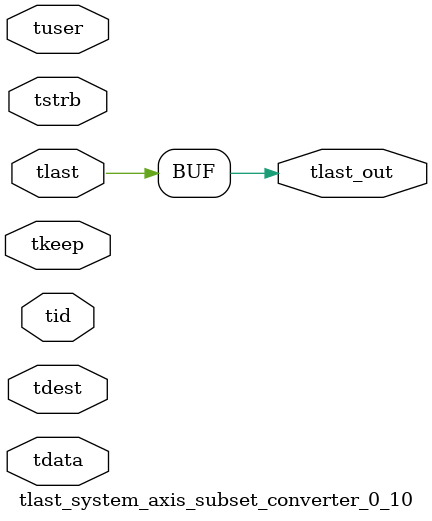
<source format=v>


`timescale 1ps/1ps

module tlast_system_axis_subset_converter_0_10 #
(
parameter C_S_AXIS_TID_WIDTH   = 1,
parameter C_S_AXIS_TUSER_WIDTH = 0,
parameter C_S_AXIS_TDATA_WIDTH = 0,
parameter C_S_AXIS_TDEST_WIDTH = 0
)
(
input  [(C_S_AXIS_TID_WIDTH   == 0 ? 1 : C_S_AXIS_TID_WIDTH)-1:0       ] tid,
input  [(C_S_AXIS_TDATA_WIDTH == 0 ? 1 : C_S_AXIS_TDATA_WIDTH)-1:0     ] tdata,
input  [(C_S_AXIS_TUSER_WIDTH == 0 ? 1 : C_S_AXIS_TUSER_WIDTH)-1:0     ] tuser,
input  [(C_S_AXIS_TDEST_WIDTH == 0 ? 1 : C_S_AXIS_TDEST_WIDTH)-1:0     ] tdest,
input  [(C_S_AXIS_TDATA_WIDTH/8)-1:0 ] tkeep,
input  [(C_S_AXIS_TDATA_WIDTH/8)-1:0 ] tstrb,
input  [0:0]                                                             tlast,
output                                                                   tlast_out
);

assign tlast_out = {tlast};

endmodule


</source>
